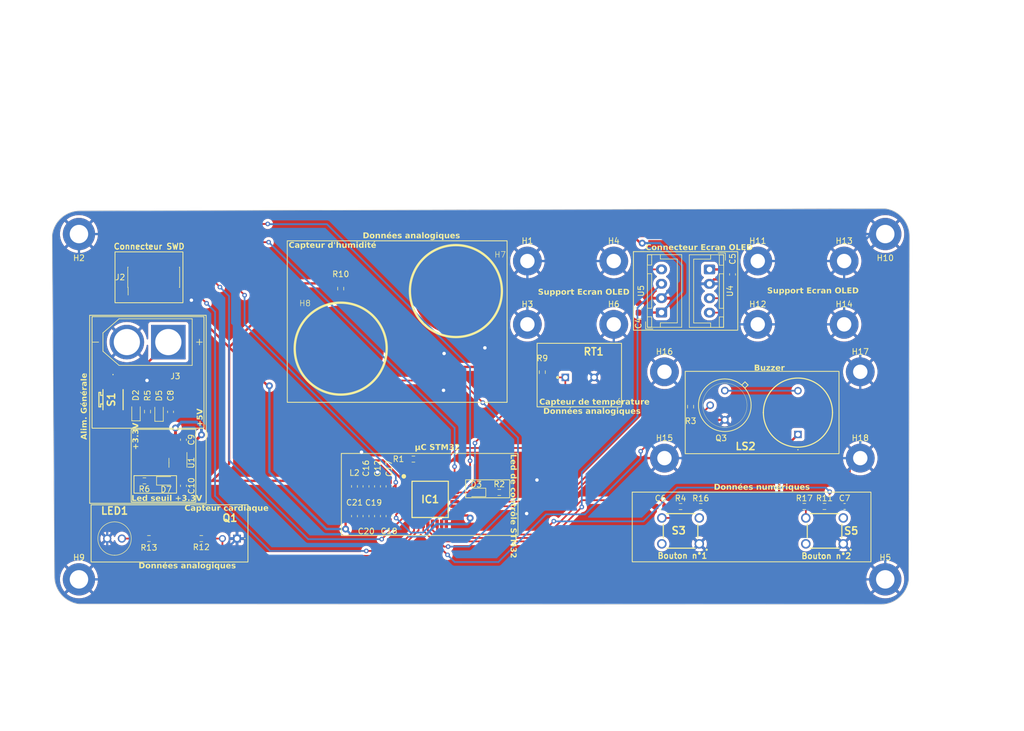
<source format=kicad_pcb>
(kicad_pcb (version 20221018) (generator pcbnew)
  (layers (0 "F.Cu" signal) (31 "B.Cu" signal) (34 "B.Paste" user) (35 "F.Paste" user) (36 "B.SilkS" user "B.Silkscreen") (37 "F.SilkS" user "F.Silkscreen") (38 "B.Mask" user) (39 "F.Mask" user) (44 "Edge.Cuts" user))
  (net 0 "")
  (net 1 "+3.3V")
  (net 2 "GND")
  (net 3 "D_B1")
  (net 4 "D_B2")
  (net 5 "+5V")
  (net 6 "+3.3VA")
  (net 7 "NRST")
  (net 8 "Net-(C18-Pad2)")
  (net 9 "Net-(D2-A)")
  (net 10 "Net-(D3-K)")
  (net 11 "Net-(D3-A)")
  (net 12 "Net-(D7-K)")
  (net 13 "Moist")
  (net 17 "Temp")
  (net 18 "USART2_TX")
  (net 19 "USART2_RX")
  (net 20 "Puls")
  (net 21 "Buzzer")
  (net 22 "I2C3_SCL")
  (net 24 "I2C1_SCL")
  (net 25 "I2C1_SDA")
  (net 27 "SYS_SWDIO")
  (net 28 "SYS_SWCLK")
  (net 31 "I2C3_SDA")
  (net 35 "Net-(IC1-PH3-BOOT0)")
  (net 41 "Net-(J3-POS)")
  (net 42 "Net-(LED1-A)")
  (net 43 "Net-(LS2--)")
  (net 44 "Net-(Q3-Pad2)")
  (net 45 "Net-(R16-Pad1)")
  (net 46 "Net-(R11-Pad1)")
  (footprint "Resistor_SMD:R_0603_1608Metric_Pad0.98x0.95mm_HandSolder" (layer "F.Cu") (at 162.89 110.965)
    (fp_text reference "R2")
    (fp_text value "470" hide)
  )
  (footprint "MountingHole:MountingHole_2.5mm_Pad" (layer "F.Cu") (at 207.77 81.755)
    (fp_text reference "H12")
    (fp_text value "MountingHole_Pad" hide)
  )
  (footprint "MesEmpreintes:BPW85" (layer "F.Cu") (at 117.36 118.975 180)
    (fp_text reference "Q1")
    (fp_text value "BPW85" hide)
  )
  (footprint "Capacitor_SMD:C_0603_1608Metric_Pad1.08x0.95mm_HandSolder" (layer "F.Cu") (at 139.75 109.9075 90)
    (fp_text reference "C16")
    (fp_text value "10nF" hide)
  )
  (footprint "Package_TO_SOT_SMD:SOT-23-5" (layer "F.Cu") (at 107.095 105.8075 -90)
    (fp_text reference "U1")
    (fp_text value "BU33SD5WG-TR" hide)
  )
  (footprint "MesEmpreintes:KSS221G" (layer "F.Cu") (at 95.825 94.84 -90)
    (fp_text reference "S1")
    (fp_text value "KSS221G" hide)
  )
  (footprint "MesEmpreintes:AMASS_XT60-M" (layer "F.Cu") (at 101.825 84.84 180)
    (fp_text reference "J3")
    (fp_text value "XT60-M" hide)
  )
  (footprint "MountingHole:MountingHole_2.5mm_Pad" (layer "F.Cu") (at 225.57 105)
    (fp_text reference "H18")
    (fp_text value "MountingHole_Pad" hide)
  )
  (footprint "MountingHole:MountingHole_2.5mm_Pad" (layer "F.Cu") (at 225.57 90)
    (fp_text reference "H17")
    (fp_text value "MountingHole_Pad" hide)
  )
  (footprint "MountingHole:MountingHole_2.5mm_Pad" (layer "F.Cu") (at 182.77 70.755)
    (fp_text reference "H4")
    (fp_text value "MountingHole_Pad" hide)
  )
  (footprint "MountingHole:MountingHole_2.5mm_Pad" (layer "F.Cu") (at 191.57 105)
    (fp_text reference "H15")
    (fp_text value "MountingHole_Pad" hide)
  )
  (footprint "Capacitor_SMD:C_0603_1608Metric_Pad1.08x0.95mm_HandSolder" (layer "F.Cu") (at 141.75 115.0725 -90)
    (fp_text reference "C19")
    (fp_text value "100nF" hide)
  )
  (footprint "MountingHole:MountingHole_3.2mm_M3_DIN965_Pad" (layer "F.Cu") (at 229.91 126.065)
    (fp_text reference "H5")
    (fp_text value "MountingHole_Pad" hide)
  )
  (footprint "MountingHole:MountingHole_2.5mm_Pad" (layer "F.Cu") (at 167.77 70.755)
    (fp_text reference "H1")
    (fp_text value "MountingHole_Pad" hide)
  )
  (footprint "MountingHole:MountingHole_2.5mm_Pad" (layer "F.Cu") (at 207.77 70.755)
    (fp_text reference "H11")
    (fp_text value "MountingHole_Pad" hide)
  )
  (footprint "MesEmpreintes:B3F1000" (layer "F.Cu") (at 219.37 117.645)
    (fp_text reference "S5")
    (fp_text value "B3F-1050" hide)
  )
  (footprint "Resistor_SMD:R_0603_1608Metric_Pad0.98x0.95mm_HandSolder" (layer "F.Cu") (at 101.815 96.9125 -90)
    (fp_text reference "R5")
    (fp_text value "ohm" hide)
  )
  (footprint "Resistor_SMD:R_0603_1608Metric_Pad0.98x0.95mm_HandSolder" (layer "F.Cu") (at 194.3675 113.415)
    (fp_text reference "R4")
    (fp_text value "320" hide)
  )
  (footprint "MountingHole:MountingHole_2.5mm_Pad" (layer "F.Cu") (at 222.77 70.755)
    (fp_text reference "H13")
    (fp_text value "MountingHole_Pad" hide)
  )
  (footprint "LED_SMD:LED_0603_1608Metric_Pad1.05x0.95mm_HandSolder" (layer "F.Cu") (at 105.045 108.95)
    (fp_text reference "D7")
    (fp_text value "Témoin d'alimentation Microcontrôleur STM32" hide)
  )
  (footprint "Connector_JST:JST_XH_B4B-XH-A_1x04_P2.50mm_Vertical" (layer "F.Cu") (at 199.395 72.22 -90)
    (fp_text reference "U4")
    (fp_text value "~" hide)
  )
  (footprint "Resistor_SMD:R_0603_1608Metric_Pad0.98x0.95mm_HandSolder" (layer "F.Cu") (at 102.0575 118.975 180)
    (fp_text reference "R13")
    (fp_text value "320" hide)
  )
  (footprint "Capacitor_SMD:C_0603_1608Metric_Pad1.08x0.95mm_HandSolder" (layer "F.Cu") (at 108.045 109.8075 -90)
    (fp_text reference "C10")
    (fp_text value "1µF" hide)
  )
  (footprint "MesEmpreintes:TSHF6410" (layer "F.Cu") (at 97.36 118.975 180)
    (fp_text reference "LED1")
    (fp_text value "TSHF6410" hide)
  )
  (footprint "Resistor_SMD:R_0603_1608Metric_Pad0.98x0.95mm_HandSolder" (layer "F.Cu") (at 196.11 96.06 -90)
    (fp_text reference "R3")
    (fp_text value "1k" hide)
  )
  (footprint "Resistor_SMD:R_0603_1608Metric_Pad0.98x0.95mm_HandSolder" (layer "F.Cu") (at 219.3525 113.395)
    (fp_text reference "R11")
    (fp_text value "ohm" hide)
  )
  (footprint "MesEmpreintes:ConnexionPAZ" (layer "F.Cu") (at 135.36 85.975)
    (fp_text reference "H8")
    (fp_text value "MountingHole_Pad" hide)
  )
  (footprint "MountingHole:MountingHole_2.5mm_Pad" (layer "F.Cu") (at 222.77 81.755)
    (fp_text reference "H14")
    (fp_text value "MountingHole_Pad" hide)
  )
  (footprint "Capacitor_SMD:C_0603_1608Metric_Pad1.08x0.95mm_HandSolder" (layer "F.Cu") (at 203.395 73.08 -90)
    (fp_text reference "C5")
    (fp_text value "1µF" hide)
  )
  (footprint "LED_SMD:LED_0603_1608Metric_Pad1.05x0.95mm_HandSolder" (layer "F.Cu") (at 158.89 110.965 180)
    (fp_text reference "D3")
    (fp_text value "Statut du microcontrôleur" hide)
  )
  (footprint "Connector_PinHeader_1.27mm:PinHeader_2x07_P1.27mm_Vertical_SMD" (layer "F.Cu") (at 102.89 73.58 90)
    (fp_text reference "J2")
    (fp_text value "Conn_02x07_Odd_Even" hide)
  )
  (footprint "MountingHole:MountingHole_2.5mm_Pad" (layer "F.Cu") (at 167.77 81.755)
    (fp_text reference "H3")
    (fp_text value "MountingHole_Pad" hide)
  )
  (footprint "MountingHole:MountingHole_3.2mm_M3_DIN965_Pad" (layer "F.Cu") (at 229.91 66.065)
    (fp_text reference "H10")
    (fp_text value "MountingHole_Pad" hide)
  )
  (footprint "Connector_JST:JST_XH_B4B-XH-A_1x04_P2.50mm_Vertical" (layer "F.Cu") (at 191.055 79.705 90)
    (fp_text reference "U5")
    (fp_text value "~" hide)
  )
  (footprint "Capacitor_SMD:C_0603_1608Metric_Pad1.08x0.95mm_HandSolder" (layer "F.Cu") (at 187.055 78.8675 90)
    (fp_text reference "C4")
    (fp_text value "1µF" hide)
  )
  (footprint "LED_SMD:LED_0603_1608Metric_Pad1.05x0.95mm_HandSolder" (layer "F.Cu") (at 99.815 96.8675 90)
    (fp_text reference "D2")
    (fp_text value "Témoin d'alimentation général" hide)
  )
  (footprint "Resistor_SMD:R_0603_1608Metric_Pad0.98x0.95mm_HandSolder" (layer "F.Cu") (at 101.28 108.95 180)
    (fp_text reference "R6")
    (fp_text value "470" hide)
  )
  (footprint "Diode_SMD:D_0603_1608Metric_Pad1.05x0.95mm_HandSolder" (layer "F.Cu") (at 103.815 96.9475 90)
    (fp_text reference "D5")
    (fp_text value "Diode_securitaire" hide)
  )
  (footprint "Resistor_SMD:R_0603_1608Metric_Pad0.98x0.95mm_HandSolder" (layer "F.Cu") (at 215.8525 113.395)
    (fp_text reference "R17")
    (fp_text value "ohm" hide)
  )
  (footprint "Resistor_SMD:R_0603_1608Metric_Pad0.98x0.95mm_HandSolder" (layer "F.Cu") (at 111.15 118.975 180)
    (fp_text reference "R12")
    (fp_text value "10k" hide)
  )
  (footprint "MesEmpreintes:TO39" (layer "F.Cu") (at 202.05 95.81 180)
    (fp_text reference "Q3")
    (fp_text value "2N2905A" hide)
  )
  (footprint "MountingHole:MountingHole_3.2mm_M3_DIN965_Pad" (layer "F.Cu") (at 89.91 126.065)
    (fp_text reference "H9")
    (fp_text value "MountingHole_Pad" hide)
  )
  (footprint "Resistor_SMD:R_0603_1608Metric_Pad0.98x0.95mm_HandSolder" (layer "F.Cu") (at 197.8675 113.415)
    (fp_text reference "R16")
    (fp_text value "ohm" hide)
  )
  (footprint "Capacitor_SMD:C_0603_1608Metric_Pad1.08x0.95mm_HandSolder" (layer "F.Cu") (at 143.75 115.0725 -90)
    (fp_text reference "C18")
    (fp_text value "100nF" hide)
  )
  (footprint "MesEmpreintes:B57164K_K164" (layer "F.Cu") (at 174.36 90.975)
    (fp_text reference "RT1")
    (fp_text value "B57164K0472J000" hide)
  )
  (footprint "MesEmpreintes:B3F1000" (layer "F.Cu") (at 194.37 117.645)
    (fp_text reference "S3")
    (fp_text value "B3F-1050" hide)
  )
  (footprint "MountingHole:MountingHole_3.2mm_M3_DIN965_Pad" (layer "F.Cu") (at 89.91 66.065)
    (fp_text reference "H2")
    (fp_text value "MountingHole_Pad" hide)
  )
  (footprint "Capacitor_SMD:C_0603_1608Metric_Pad1.08x0.95mm_HandSolder" (layer "F.Cu") (at 105.815 96.96 -90)
    (fp_text reference "C8")
    (fp_text value "10µ" hide)
  )
  (footprint "Resistor_SMD:R_0603_1608Metric_Pad0.98x0.95mm_HandSolder" (layer "F.Cu") (at 170.36 90.06 -90)
    (fp_text reference "R9")
    (fp_text value "10k" hide)
  )
  (footprint "Resistor_SMD:R_0603_1608Metric_Pad0.98x0.95mm_HandSolder" (layer "F.Cu") (at 147.98 105.165)
    (fp_text reference "R1")
    (fp_text value "10k" hide)
  )
  (footprint "MountingHole:MountingHole_2.5mm_Pad" (layer "F.Cu") (at 191.57 90)
    (fp_text reference "H16")
    (fp_text value "MountingHole_Pad" hide)
  )
  (footprint "MountingHole:MountingHole_2.5mm_Pad" (layer "F.Cu") (at 182.77 81.755)
    (fp_text reference "H6")
    (fp_text value "MountingHole_Pad" hide)
  )
  (footprint "MesEmpreintes:ConnexionPAZ" (layer "F.Cu") (at 155.36 75.975)
    (fp_text reference "H7")
    (fp_text value "MountingHole_Pad" hide)
  )
  (footprint "Capacitor_SMD:C_0603_1608Metric_Pad1.08x0.95mm_HandSolder" (layer "F.Cu") (at 222.8525 113.395)
    (fp_text reference "C7")
    (fp_text value "100n" hide)
  )
  (footprint "Capacitor_SMD:C_0603_1608Metric_Pad1.08x0.95mm_HandSolder" (layer "F.Cu") (at 137.75 115.0725 -90)
    (fp_text reference "C21")
    (fp_text value "4,7µF" hide)
  )
  (footprint "Capacitor_SMD:C_0603_1608Metric_Pad1.08x0.95mm_HandSolder" (layer "F.Cu") (at 108.045 101.8075 90)
    (fp_text reference "C9")
    (fp_text value "1µF" hide)
  )
  (footprint "Resistor_SMD:R_0603_1608Metric_Pad0.98x0.95mm_HandSolder" (layer "F.Cu") (at 135.36 75.5525 90)
    (fp_text reference "R10")
    (fp_text value "1M" hide)
  )
  (footprint "Capacitor_SMD:C_0603_1608Metric_Pad1.08x0.95mm_HandSolder" (layer "F.Cu") (at 139.75 115.0725 -90)
    (fp_text reference "C20")
    (fp_text value "100nF" hide)
  )
  (footprint "Capacitor_SMD:C_0603_1608Metric_Pad1.08x0.95mm_HandSolder" (layer "F.Cu") (at 141.75 109.9075 90)
    (fp_text reference "C12")
    (fp_text value "1µF" hide)
  )
  (footprint "MesEmpreintes:QFP80P900X900X160-32N" (layer "F.Cu") (at 150.89 112.165)
    (fp_text reference "IC1")
    (fp_text value "STM32L412KBT6" hide)
  )
  (footprint "MesEmpreintes:CMI12950585T" (layer "F.Cu") (at 214.75 100.89 180)
    (fp_text reference "LS2")
    (fp_text value "CMI-1295-0585T" hide)
  )
  (footprint "Capacitor_SMD:C_0603_1608Metric_Pad1.08x0.95mm_HandSolder" (layer "F.Cu") (at 143.75 109.9075 -90)
    (fp_text reference "C17")
    (fp_text value "100nF" hide)
  )
  (footprint "Capacitor_SMD:C_0603_1608Metric_Pad1.08x0.95mm_HandSolder" (layer "F.Cu") (at 190.8675 113.415 180)
    (fp_text reference "C6")
    (fp_text value "100n" hide)
  )
  (footprint "Inductor_SMD:L_0603_1608Metric_Pad1.05x0.95mm_HandSolder" (layer "F.Cu") (at 137.75 109.9075 -90)
    (fp_text reference "L2")
    (fp_text value "39nH" hide)
  )
  (gr_rect (start 135.47 104.19) (end 166.13 118.44) (stroke (width 0.15)) (fill none) (layer "F.SilkS"))
  (gr_rect (start 92.02 113.115) (end 119.25 123.045) (stroke (width 0.15)) (fill none) (layer "F.SilkS"))
  (gr_rect (start 185.98 110.905) (end 227.42 123.015) (stroke (width 0.15)) (fill none) (layer "F.SilkS"))
  (gr_rect (start 110.195 100.005) (end 98.985 112.625) (stroke (width 0.15)) (fill none) (layer "F.SilkS"))
  (gr_rect (start 91.77 80.18) (end 112 112.86) (stroke (width 0.15)) (fill none) (layer "F.SilkS"))
  (gr_rect (start 126.08 67.245) (end 164.25 95.305) (stroke (width 0.15)) (fill none) (layer "F.SilkS"))
  (gr_rect (start 221.88 89.93) (end 195.18 104.23) (stroke (width 0.15)) (fill none) (layer "F.SilkS"))
  (gr_rect (start 106.85 108.05) (end 99.46 111.08) (stroke (width 0.15)) (fill none) (layer "F.SilkS"))
  (gr_rect (start 157.05 108.772) (end 164.7 111.892) (stroke (width 0.15)) (fill none) (layer "F.SilkS"))
  (gr_rect (start 92.185 99.8) (end 111.615 80.41) (stroke (width 0.15)) (fill none) (layer "F.SilkS"))
  (gr_rect (start 96.17 69.17) (end 107.96 78) (stroke (width 0.15)) (fill none) (layer "F.SilkS"))
  (gr_rect (start 169.46 85.055) (end 184.12 96.095) (stroke (width 0.15)) (fill none) (layer "F.SilkS"))
  (gr_rect (start 186.18 69.12) (end 204.3 82.77) (stroke (width 0.15)) (fill none) (layer "F.SilkS"))
  (gr_line (start 85.255989 66.282365) (end 85.660005 125.534991) (stroke (width 0.1)) (layer "Edge.Cuts"))
  (gr_line (start 234.125345 66.45769) (end 233.985379 126.156419) (stroke (width 0.1)) (layer "Edge.Cuts"))
  (gr_line (start 90.07269 62.029655) (end 229.872635 61.640989) (stroke (width 0.1)) (layer "Edge.Cuts"))
  (gr_arc (start 89.912715 130.351692) (mid 86.87535 128.747681) (end 85.660005 125.534991) (stroke (width 0.1)) (layer "Edge.Cuts"))
  (gr_arc (start 229.872635 61.640989) (mid 232.91 63.245) (end 234.125345 66.45769) (stroke (width 0.1)) (layer "Edge.Cuts"))
  (gr_arc (start 233.985379 126.156419) (mid 232.381368 129.193784) (end 229.168678 130.409129) (stroke (width 0.1)) (layer "Edge.Cuts"))
  (gr_line (start 89.912715 130.351692) (end 229.168678 130.409129) (stroke (width 0.1)) (layer "Edge.Cuts"))
  (gr_arc (start 85.255989 66.282365) (mid 86.86 63.245) (end 90.07269 62.029655) (stroke (width 0.1)) (layer "Edge.Cuts"))
  (gr_text "µC STM32" (at 148.21 103.75) (layer "F.SilkS") (effects (font (size 1 1) (thickness 0.2) bold) (justify left bottom)))
  (gr_text "+5V\n" (at 111.54 99.59 90) (layer "F.SilkS") (effects (font (size 1 1) (thickness 0.2) bold) (justify left bottom)))
  (gr_text "Données analogiques" (at 100.25 124.32) (layer "F.SilkS") (effects (font (size 1 1) (thickness 0.2) bold) (justify left bottom)))
  (gr_text "Support Ecran OLED" (at 209.4 76.54) (layer "F.SilkS") (effects (font (size 1 1) (thickness 0.2) bold) (justify left bottom)))
  (gr_text "Données numériques" (at 200.14 110.66) (layer "F.SilkS") (effects (font (size 1 1) (thickness 0.2) bold) (justify left bottom)))
  (gr_text "Connecteur SWD" (at 95.84 68.81) (layer "F.SilkS") (effects (font (size 1 1) (thickness 0.2) bold) (justify left bottom)))
  (gr_text "Données analogiques" (at 139.17 66.97) (layer "F.SilkS") (effects (font (size 1 1) (thickness 0.2) bold) (justify left bottom)))
  (gr_text "Alim. Générale" (at 91.42 101.82 90) (layer "F.SilkS") (effects (font (size 1 1) (thickness 0.2) bold) (justify left bottom)))
  (gr_text "Bouton n°1" (at 190.27 122.545) (layer "F.SilkS") (effects (font (size 1 1) (thickness 0.2) bold) (justify left bottom)))
  (gr_text "+3.3V" (at 100.38 103.57 90) (layer "F.SilkS") (effects (font (size 1 1) (thickness 0.2) bold) (justify left bottom)))
  (gr_text "Données analogiques" (at 170.52 97.47) (layer "F.SilkS") (effects (font (size 1 1) (thickness 0.2) bold) (justify left bottom)))
  (gr_text "Support Ecran OLED" (at 169.6 76.77) (layer "F.SilkS") (effects (font (size 1 1) (thickness 0.2) bold) (justify left bottom)))
  (gr_text "Led seuil +3.3V" (at 99.02 112.605) (layer "F.SilkS") (effects (font (size 1 1) (thickness 0.2) bold) (justify left bottom)))
  (gr_text "Buzzer" (at 207.12 89.95) (layer "F.SilkS") (effects (font (size 1 1) (thickness 0.2) bold) (justify left bottom)))
  (gr_text "Capteur de température" (at 169.83 95.86) (layer "F.SilkS") (effects (font (size 1 1) (thickness 0.2) bold) (justify left bottom)))
  (gr_text "Capteur d'humidité" (at 126.32 68.63) (layer "F.SilkS") (effects (font (size 1 1) (thickness 0.2) bold) (justify left bottom)))
  (gr_text "Capteur cardiaque" (at 108.24 114.32) (layer "F.SilkS") (effects (font (size 1 1) (thickness 0.2) bold) (justify left bottom)))
  (gr_text "Led de contrôle STM32" (at 164.71 104.31 270) (layer "F.SilkS") (effects (font (size 1 1) (thickness 0.2) bold) (justify left bottom)))
  (gr_text "Connecteur Ecran OLED" (at 188.275 69.02) (layer "F.SilkS") (effects (font (size 1 1) (thickness 0.2) bold) (justify left bottom)))
  (gr_text "Bouton n°2" (at 215.25 122.595) (layer "F.SilkS") (effects (font (size 1 1) (thickness 0.2) bold) (justify left bottom)))
  (segment (start 167.0725 89.1475) (end 175.44 80.78) (width 0.4) (layer "F.Cu") (net 1))
  (segment (start 108.045 106.945) (end 108.045 108.945) (width 0.4) (layer "F.Cu") (net 1))
  (segment (start 186.15 66.41) (end 200.96 66.41) (width 0.4) (layer "F.Cu") (net 1))
  (segment (start 187.08 79.705) (end 187.055 79.73) (width 0.4) (layer "F.Cu") (net 1))
  (segment (start 177.78 66.41) (end 186.15 66.41) (width 0.4) (layer "F.Cu") (net 1))
  (segment (start 187.39 67.65) (end 186.15 66.41) (width 0.4) (layer "F.Cu") (net 1))
  (segment (start 135.36 74.64) (end 127.069238 74.64) (width 0.4) (layer "F.Cu") (net 1))
  (segment (start 153.0475 89.1475) (end 165.64 89.1475) (width 0.4) (layer "F.Cu") (net 1))
  (segment (start 105.925 108.945) (end 105.92 108.95) (width 0.5) (layer "F.Cu") (net 1))
  (segment (start 136.21 117.32) (end 136.21 115.75) (width 0.4) (layer "F.Cu") (net 1))
  (segment (start 105.92 108.95) (end 108.04 108.95) (width 0.5) (layer "F.Cu") (net 1))
  (segment (start 157.837537 115.407537) (end 157.395 114.965) (width 0.4) (layer "F.Cu") (net 1))
  (segment (start 109.330762 79.08) (end 115.98 85.729238) (width 0.4) (layer "F.Cu") (net 1))
  (segment (start 115.98 105.99) (end 113.025 108.945) (width 0.4) (layer "F.Cu") (net 1))
  (segment (start 108.045 108.945) (end 112.59 108.945) (width 0.4) (layer "F.Cu") (net 1))
  (segment (start 135.36 74.64) (end 138.54 74.64) (width 0.4) (layer "F.Cu") (net 1))
  (segment (start 100.35 77.13) (end 102.3 79.08) (width 0.4) (layer "F.Cu") (net 1))
  (segment (start 139.75 114.21) (end 137.75 114.21) (width 0.4) (layer "F.Cu") (net 1))
  (segment (start 136.21 115.75) (end 137.75 114.21) (width 0.4) (layer "F.Cu") (net 1))
  (segment (start 203.395 68.845) (end 203.395 72.2175) (width 0.4) (layer "F.Cu") (net 1))
  (segment (start 175.44 68.79) (end 177.78 66.45) (width 0.4) (layer "F.Cu") (net 1))
  (segment (start 177.78 66.45) (end 177.78 66.41) (width 0.4) (layer "F.Cu") (net 1))
  (segment (start 115.98 85.729238) (end 115.98 105.99) (width 0.4) (layer "F.Cu") (net 1))
  (segment (start 203.395 72.2175) (end 199.3975 72.2175) (width 0.4) (layer "F.Cu") (net 1))
  (segment (start 165.64 89.1475) (end 170.36 89.1475) (width 0.4) (layer "F.Cu") (net 1))
  (segment (start 187.71 67.65) (end 187.39 67.65) (width 0.4) (layer "F.Cu") (net 1))
  (segment (start 135.9125 108.945) (end 139.4475 105.41) (width 0.4) (layer "F.Cu") (net 1))
  (segment (start 139.4475 105.41) (end 142.697 105.41) (width 0.4) (layer "F.Cu") (net 1))
  (segment (start 142.697 105.41) (end 146.652 109.365) (width 0.4) (layer "F.Cu") (net 1))
  (segment (start 146.175 109.315) (end 146.652 109.315) (width 0.5) (layer "F.Cu") (net 1))
  (segment (start 199.3975 72.2175) (end 199.395 72.22) (width 0.4) (layer "F.Cu") (net 1))
  (segment (start 175.44 80.78) (end 175.44 68.79) (width 0.4) (layer "F.Cu") (net 1))
  (segment (start 102.3 79.08) (end 109.330762 79.08) (width 0.4) (layer "F.Cu") (net 1))
  (segment (start 165.64 89.1475) (end 167.0725 89.1475) (width 0.4) (layer "F.Cu") (net 1))
  (segment (start 113.025 108.945) (end 112.59 108.945) (width 0.4) (layer "F.Cu") (net 1))
  (segment (start 191.055 79.705) (end 187.08 79.705) (width 0.4) (layer "F.Cu") (net 1))
  (segment (start 157.395 114.965) (end 155.128 114.965) (width 0.4) (layer "F.Cu") (net 1))
  (segment (start 138.54 74.64) (end 153.0475 89.1475) (width 0.4) (layer "F.Cu") (net 1))
  (segment (start 122.680762 92.43) (end 115.98 85.729238) (width 0.4) (layer "F.Cu") (net 1))
  (segment (start 135.9125 108.945) (end 113.025 108.945) (width 0.4) (layer "F.Cu") (net 1))
  (segment (start 108.04 108.95) (end 108.045 108.945) (width 0.5) (layer "F.Cu") (net 1))
  (segment (start 100.35 75.53) (end 100.35 77.13) (width 0.4) (layer "F.Cu") (net 1))
  (segment (start 200.96 66.41) (end 203.395 68.845) (width 0.4) (layer "F.Cu") (net 1))
  (segment (start 127.069238 74.64) (end 115.98 85.729238) (width 0.4) (layer "F.Cu") (net 1))
  (segment (start 122.97 92.43) (end 122.680762 92.43) (width 0.4) (layer "F.Cu") (net 1))
  (segment (start 141.75 114.21) (end 139.75 114.21) (width 0.4) (layer "F.Cu") (net 1))
  (segment (start 135.9125 108.945) (end 137.75 110.7825) (width 0.4) (layer "F.Cu") (net 1))
  (segment (start 143.75 114.21) (end 141.75 114.21) (width 0.4) (layer "F.Cu") (net 1))
  (via (at 157.837537 115.407537) (size 1.2) (drill 0.6) (layers "F.Cu" "B.Cu") (net 1))
  (via (at 122.97 92.43) (size 1.2) (drill 0.6) (layers "F.Cu" "B.Cu") (net 1))
  (via (at 136.21 117.32) (size 1.2) (drill 0.6) (layers "F.Cu" "B.Cu") (net 1))
  (via (at 187.71 67.65) (size 1.2) (drill 0.6) (layers "F.Cu" "B.Cu") (net 1))
  (segment (start 194.67 71.52) (end 194.67 76.09) (width 0.4) (layer "B.Cu") (net 1))
  (segment (start 122.97 107.43) (end 132.86 117.32) (width 0.4) (layer "B.Cu") (net 1))
  (segment (start 122.97 92.43) (end 122.97 107.43) (width 0.4) (layer "B.Cu") (net 1))
  (segment (start 147.253191 118.587347) (end 146.847086 118.181242) (width 0.4) (layer "B.Cu") (net 1))
  (segment (start 157.837537 115.973225) (end 157.340762 116.47) (width 0.4) (layer "B.Cu") (net 1))
  (segment (start 137.071242 118.181242) (end 136.21 117.32) (width 0.4) (layer "B.Cu") (net 1))
  (segment (start 190.8 67.65) (end 194.67 71.52) (width 0.4) (layer "B.Cu") (net 1))
  (segment (start 194.67 76.09) (end 191.055 79.705) (width 0.4) (layer "B.Cu") (net 1))
  (segment (start 132.86 117.32) (end 136.21 117.32) (width 0.4) (layer "B.Cu") (net 1))
  (segment (start 187.71 67.65) (end 190.8 67.65) (width 0.4) (layer "B.Cu") (net 1))
  (segment (start 157.340762 116.47) (end 152.013932 116.47) (width 0.4) (layer "B.Cu") (net 1))
  (segment (start 157.837537 115.407537) (end 157.837537 115.973225) (width 0.4) (layer "B.Cu") (net 1))
  (segment (start 152.013932 116.47) (end 149.896585 118.587347) (width 0.4) (layer "B.Cu") (net 1))
  (segment (start 149.896585 118.587347) (end 147.253191 118.587347) (width 0.4) (layer "B.Cu") (net 1))
  (segment (start 146.847086 118.181242) (end 137.071242 118.181242) (width 0.4) (layer "B.Cu") (net 1))
  (segment (start 165.29 108.8) (end 169.43 108.8) (width 0.4) (layer "F.Cu") (net 2))
  (segment (start 223.715 106.855) (end 225.57 105) (width 0.4) (layer "F.Cu") (net 2))
  (segment (start 148.09 106.1875) (end 147.0675 105.165) (width 0.4) (layer "F.Cu") (net 2))
  (segment (start 153.69 116.403) (end 153.694537 116.407537) (width 0.4) (layer "F.Cu") (net 2))
  (segment (start 165.19 108.9) (end 165.29 108.8) (width 0.4) (layer "F.Cu") (net 2))
  (segment (start 100.3675 108.95) (end 102.0875 110.67) (width 0.4) (layer "F.Cu") (net 2))
  (segment (start 105.815 96.0975) (end 103.84 96.0975) (width 0.4) (layer "F.Cu") (net 2))
  (segment (start 103.84 96.0975) (end 103.815 96.0725) (width 0.4) (layer "F.Cu") (net 2))
  (segment (start 153.694537 116.407537) (end 165.862463 116.407537) (width 0.4) (layer "F.Cu") (net 2))
  (segment (start 203.395 73.9425) (end 200.1725 73.9425) (width 0.4) (layer "F.Cu") (net 2))
  (segment (start 105.43 76.63) (end 104.93 77.13) (width 0.4) (layer "F.Cu") (net 2))
  (segment (start 155.36 80.81) (end 155.36 75.975) (width 0.4) (layer "F.Cu") (net 2))
  (segment (start 108.045 110.67) (end 114.56 110.67) (width 0.4) (layer "F.Cu") (net 2))
  (segment (start 104.93 77.13) (end 105.36 77.56) (width 0.4) (layer "F.Cu") (net 2))
  (segment (start 173.106346 114.63) (end 167.64 114.63) (width 0.4) (layer "F.Cu") (net 2))
  (segment (start 102.0875 110.67) (end 108.045 110.67) (width 0.4) (layer "F.Cu") (net 2))
  (segment (start 198.22 98.35) (end 191.57 105) (width 0.4) (layer "F.Cu") (net 2))
  (segment (start 153.31 86.82) (end 153.31 78.025) (width 0.4) (layer "F.Cu") (net 2))
  (segment (start 191.57 105) (end 182.736346 105) (width 0.4) (layer "F.Cu") (net 2))
  (segment (start 153.31 78.025) (end 155.36 75.975) (width 0.4) (layer "F.Cu") (net 2))
  (segment (start 138.97 103.97) (end 138.97 102.82) (width 0.4) (layer "F.Cu") (net 2))
  (segment (start 102.89 76.63) (end 102.89 75.53) (width 0.4) (layer "F.Cu") (net 2))
  (segment (start 182.736346 105) (end 173.106346 114.63) (width 0.4) (layer "F.Cu") (net 2))
  (segment (start 187.055 78.005) (end 186.52 78.005) (width 0.4) (layer "F.Cu") (net 2))
  (segment (start 108.045 100.945) (end 108.045 98.3275) (width 0.4) (layer "F.Cu") (net 2))
  (segment (start 103.39 77.13) (end 102.89 76.63) (width 0.4) (layer "F.Cu") (net 2))
  (segment (start 105.36 77.56) (end 109.43 77.56) (width 0.4) (layer "F.Cu") (net 2))
  (segment (start 141.75 107.46) (end 141.74 107.45) (width 0.4) (layer "F.Cu") (net 2))
  (segment (start 105.43 75.53) (end 105.43 76.63) (width 0.4) (layer "F.Cu") (net 2))
  (segment (start 104.93 77.13) (end 103.39 77.13) (width 0.4) (layer "F.Cu") (net 2))
  (segment (start 139.75 109.045) (end 143.75 109.045) (width 0.4) (layer "F.Cu") (net 2))
  (segment (start 98.37 95.67) (end 98.37 94.85) (width 0.4) (layer "F.Cu") (net 2))
  (segment (start 163.8025 110.2875) (end 165.19 108.9) (width 0.4) (layer "F.Cu") (net 2))
  (segment (start 186.52 78.005) (end 182.77 81.755) (width 0.4) (layer "F.Cu") (net 2))
  (segment (start 118.785 118.975) (end 117.36 118.975) (width 0.4) (layer "F.Cu") (net 2))
  (segment (start 107.095 101.895) (end 108.045 100.945) (width 0.4) (layer "F.Cu") (net 2))
  (segment (start 147.0675 105.165) (end 147.0675 99.6625) (width 0.4) (layer "F.Cu") (net 2))
  (segment (start 142.1275 99.6625) (end 147.0675 99.6625) (width 0.4) (layer "F.Cu") (net 2))
  (segment (start 141.75 109.045) (end 141.75 107.46) (width 0.4) (layer "F.Cu") (net 2))
  (segment (start 114.56 110.67) (end 119.9 116.01) (width 0.4) (layer "F.Cu") (net 2))
  (segment (start 200.1725 73.9425) (end 199.395 74.72) (width 0.4) (layer "F.Cu") (net 2))
  (segment (start 108.045 98.3275) (end 105.815 96.0975) (width 0.4) (layer "F.Cu") (net 2))
  (segment (start 119.9 116.01) (end 119.9 117.86) (width 0.4) (layer "F.Cu") (net 2))
  (segment (start 100.78 92.44) (end 103.815 95.475) (width 0.4) (layer "F.Cu") (net 2))
  (segment (start 107.095 104.67) (end 107.095 101.895) (width 0.4) (layer "F.Cu") (net 2))
  (segment (start 160.39 85.84) (end 155.36 80.81) (width 0.4) (layer "F.Cu") (net 2))
  (segment (start 138.97 102.82) (end 142.1275 99.6625) (width 0.4) (layer "F.Cu") (net 2))
  (segment (start 119.9 117.86) (end 118.785 118.975) (width 0.4) (layer "F.Cu") (net 2))
  (segment (start 148.09 107.927) (end 148.09 106.1875) (width 0.4) (layer "F.Cu") (net 2))
  (segment (start 102.89 75.53) (end 101.62 75.53) (width 0.4) (layer "F.Cu") (net 2))
  (segment (start 98.37 96.2975) (end 98.37 95.67) (width 0.4) (layer "F.Cu") (net 2))
  (segment (start 98.37 94.85) (end 100.78 92.44) (width 0.4) (layer "F.Cu") (net 2))
  (segment (start 100.78 92.44) (end 101.72 91.5) (width 0.4) (layer "F.Cu") (net 2))
  (segment (start 163.8025 110.965) (end 163.8025 110.2875) (width 0.4) (layer "F.Cu") (net 2))
  (segment (start 146.7875 99.6425) (end 153.21 93.22) (width 0.4) (layer "F.Cu") (net 2))
  (segment (start 202.05 98.35) (end 198.22 98.35) (width 0.4) (layer "F.Cu") (net 2))
  (segment (start 103.815 95.475) (end 103.815 96.0725) (width 0.4) (layer "F.Cu") (net 2))
  (segment (start 99.815 97.7425) (end 98.37 96.2975) (width 0.4) (layer "F.Cu") (net 2))
  (segment (start 223.715 113.395) (end 223.715 106.855) (width 0.4) (layer "F.Cu") (net 2))
  (segment (start 165.862463 116.407537) (end 167.64 114.63) (width 0.4) (layer "F.Cu") (net 2))
  (via (at 169.43 108.8) (size 1.2) (drill 0.6) (layers "F.Cu" "B.Cu") (net 2))
  (via (at 138.97 103.97) (size 1.2) (drill 0.6) (layers "F.Cu" "B.Cu") (net 2))
  (via (at 141.74 107.45) (size 1.2) (drill 0.6) (layers "F.Cu" "B.Cu") (net 2))
  (via (at 101.72 91.5) (size 1.2) (drill 0.6) (layers "F.Cu" "B.Cu") (net 2))
  (via (at 153.31 86.82) (size 1.2) (drill 0.6) (layers "F.Cu" "B.Cu") (net 2))
  (via (at 109.43 77.56) (size 1.2) (drill 0.6) (layers "F.Cu" "B.Cu") (net 2))
  (via (at 153.21 93.22) (size 1.2) (drill 0.6) (layers "F.Cu" "B.Cu") (net 2))
  (via (at 160.39 85.84) (size 1.2) (drill 0.6) (layers "F.Cu" "B.Cu") (net 2))
  (via (at 167.64 114.63) (size 1.2) (drill 0.6) (layers "F.Cu" "B.Cu") (net 2))
  (segment (start 229.91 109.34) (end 229.91 126.065) (width 0.4) (layer "B.Cu") (net 2))
  (segment (start 194.07 74.19) (end 194.07 71.77) (width 0.4) (layer "B.Cu") (net 2))
  (segment (start 222.77 81.755) (end 207.77 81.755) (width 0.4) (layer "B.Cu") (net 2))
  (segment (start 167.64 105.61) (end 167.64 93.44) (width 0.4) (layer "B.Cu") (net 2))
  (segment (start 169.43 108.8) (end 169.87 108.36) (width 0.4) (layer "B.Cu") (net 2))
  (segment (start 94.82 88.245) (end 98.225 84.84) (width 0.4) (layer "B.Cu") (net 2))
  (segment (start 222.77 70.755) (end 222.77 81.755) (width 0.4) (layer "B.Cu") (net 2))
  (segment (start 117.36 118.975) (end 110.27 126.065) (width 0.4) (layer "B.Cu") (net 2))
  (segment (start 199.395 74.72) (end 203.805 74.72) (width 0.4) (layer "B.Cu") (net 2))
  (segment (start 207.77 70.755) (end 222.77 70.755) (width 0.4) (layer "B.Cu") (net 2))
  (segment (start 191.57 105) (end 225.57 105) (width 0.4) (layer "B.Cu") (net 2))
  (segment (start 187.46 66.065) (end 182.77 70.755) (width 0.4) (layer "B.Cu") (net 2))
  (segment (start 191.055 77.205) (end 194.07 74.19) (width 0.4) (layer "B.Cu") (net 2))
  (segment (start 182.77 87.565) (end 179.36 90.975) (width 0.4) (layer "B.Cu") (net 2))
  (segment (start 168.23 105.61) (end 167.64 105.61) (width 0.4) (layer "B.Cu") (net 2))
  (segment (start 153.21 93.22) (end 153.21 86.92) (width 0.4) (layer "B.Cu") (net 2))
  (segment (start 101.72 91.5) (end 101.72 88.335) (width 0.4) (layer "B.Cu") (net 2))
  (segment (start 222.77 70.755) (end 227.46 66.065) (width 0.4) (layer "B.Cu") (net 2))
  (segment (start 225.57 105) (end 229.91 109.34) (width 0.4) (layer "B.Cu") (net 2))
  (segment (start 182.77 81.755) (end 182.77 87.565) (width 0.4) (layer "B.Cu") (net 2))
  (segment (start 94.82 118.975) (end 94.82 121.155) (width 0.4) (layer "B.Cu") (net 2))
  (segment (start 110.96 76.03) (end 110.96 68.93) (width 0.4) (layer "B.Cu") (net 2))
  (segment (start 167.64 91.86) (end 167.64 93.44) (width 0.4) (layer "B.Cu") (net 2))
  (segment (start 207.77 81.755) (end 199.815 81.755) (width 0.4) (layer "B.Cu") (net 2))
  (segment (start 141.74 107.45) (end 141.74 106.74) (width 0.4) (layer "B.Cu") (net 2))
  (segment (start 194.07 71.77) (end 192.86 70.56) (width 0.4) (layer "B.Cu") (net 2))
  (segment (start 110.27 126.065) (end 89.91 126.065) (width 0.4) (layer "B.Cu") (net 2))
  (segment (start 101.72 88.335) (end 98.225 84.84) (width 0.4) (layer "B.Cu") (net 2))
  (segment (start 227.46 66.065) (end 229.91 66.065) (width 0.4) (layer "B.Cu") (net 2))
  (segment (start 94.82 121.155) (end 89.91 126.065) (width 0.4) (layer "B.Cu") (net 2))
  (segment (start 109.43 77.56) (end 110.96 76.03) (width 0.4) (layer "B.Cu") (net 2))
  (segment (start 182.77 70.755) (end 167.77 70.755) (width 0.4) (layer "B.Cu") (net 2))
  (segment (start 94.82 118.975) (end 94.82 88.245) (width 0.4) (layer "B.Cu") (net 2))
  (segment (start 169.87 108.36) (end 169.87 107.25) (width 0.4) (layer "B.Cu") (net 2))
  (segment (start 225.57 84.555) (end 222.77 81.755) (width 0.4) (layer "B.Cu") (net 2))
  (segment (start 153.21 86.92) (end 153.31 86.82) (width 0.4) (layer "B.Cu") (net 2))
  (segment (start 198.845 118.67) (end 212.33 118.67) (width 0.4) (layer "B.Cu") (net 2))
  (segment (start 192.86 70.56) (end 188.94 70.56) (width 0.4) (layer "B.Cu") (net 2))
  (segment (start 212.33 118.67) (end 221.395 118.67) (width 0.4) (layer "B.Cu") (net 2))
  (segment (start 197.62 119.895) (end 198.845 118.67) (width 0.4) (layer "B.Cu") (net 2))
  (segment (start 221.395 118.67) (end 222.62 119.895) (width 0.4) (layer "B.Cu") (net 2))
  (segment (start 212.33 118.67) (end 219.725 126.065) (width 0.4) (layer "B.Cu") (net 2))
  (segment (start 167.64 93.44) (end 167.64 93.09) (width 0.4) (layer "B.Cu") (net 2))
  (segment (start 169.87 107.25) (end 168.23 105.61) (width 0.4) (layer "B.Cu") (net 2))
  (segment (start 141.74 106.74) (end 138.97 103.97) (width 0.4) (layer "B.Cu") (net 2))
  (segment (start 225.57 105) (end 225.57 90) (width 0.4) (layer "B.Cu") (net 2))
  (segment (start 203.805 74.72) (end 207.77 70.755) (width 0.4) (layer "B.Cu") (net 2))
  (segment (start 167.64 114.63) (end 167.64 105.61) (width 0.4) (layer "B.Cu") (net 2))
  (segment (start 98.225 84.84) (end 89.91 76.525) (width 0.4) (layer "B.Cu") (net 2))
  (segment (start 225.57 90) (end 225.57 84.555) (width 0.4) (layer "B.Cu") (net 2))
  (segment (start 167.64 93.09) (end 160.39 85.84) (width 0.4) (layer "B.Cu") (net 2))
  (segment (start 199.815 81.755) (end 191.57 90) (width 0.4) (layer "B.Cu") (net 2))
  (segment (start 219.725 126.065) (end 229.91 126.065) (width 0.4) (layer "B.Cu") (net 2))
  (segment (start 108.095 66.065) (end 89.91 66.065) (width 0.4) (layer "B.Cu") (net 2))
  (segment (start 116.52 76.278629) (end 111.021371 70.78) (width 0.4) (layer "B.Cu") (net 2))
  (segment (start 116.52 81.52) (end 116.52 76.278629) (width 0.4) (layer "B.Cu") (net 2))
  (segment (start 187.46 66.065) (end 229.91 66.065) (width 0.4) (layer "B.Cu") (net 2))
  (segment (start 111.021371 70.78) (end 110.96 70.78) (width 0.4) (layer "B.Cu") (net 2))
  (segment (start 167.77 70.755) (end 167.77 81.755) (width 0.4) (layer "B.Cu") (net 2))
  (segment (start 110.96 68.93) (end 108.095 66.065) (width 0.4) (layer "B.Cu") (net 2))
  (segment (start 89.91 76.525) (end 89.91 66.065) (width 0.4) (layer "B.Cu") (net 2))
  (segment (start 138.97 103.97) (end 116.52 81.52) (width 0.4) (layer "B.Cu") (net 2))
  (segment (start 188.94 70.56) (end 167.64 91.86) (width 0.4) (layer "B.Cu") (net 2))
  (segment (start 170.65 118.87) (end 153.5195 118.87) (width 0.3) (layer "F.Cu") (net 3))
  (segment (start 153.5195 118.87) (end 152.09 117.4405) (width 0.3) (layer "F.Cu") (net 3))
  (segment (start 152.09 117.4405) (end 152.09 116.403) (width 0.3) (layer "F.Cu") (net 3))
  (segment (start 191.73 113.07) (end 190.97 112.31) (width 0.3) (layer "F.Cu") (net 3))
  (segment (start 176.366041 113.143959) (end 176.366041 113.153959) (width 0.3) (layer "F.Cu") (net 3))
  (segment (start 190.97 112.31) (end 177.2 112.31) (width 0.3) (layer "F.Cu") (net 3))
  (segment (start 193.455 113.415) (end 191.73 113.415) (width 0.3) (layer "F.Cu") (net 3))
  (segment (start 191.73 113.415) (end 191.73 113.07) (width 0.3) (layer "F.Cu") (net 3))
  (segment (start 177.2 112.31) (end 176.366041 113.143959) (width 0.3) (layer "F.Cu") (net 3))
  (segment (start 176.366041 113.153959) (end 170.65 118.87) (width 0.3) (layer "F.Cu") (net 3))
  (segment (start 153.768028 118.27) (end 152.89 117.391972) (width 0.3) (layer "F.Cu") (net 4))
  (segment (start 172.357918 115.95) (end 170.037918 118.27) (width 0.3) (layer "F.Cu") (net 4))
  (segment (start 221.99 113.395) (end 220.265 113.395) (width 0.3) (layer "F.Cu") (net 4))
  (segment (start 220.265 110.84) (end 220.265 113.395) (width 0.3) (layer "F.Cu") (net 4))
  (segment (start 152.89 117.391972) (end 152.89 116.403) (width 0.3) (layer "F.Cu") (net 4))
  (segment (start 170.037918 118.27) (end 153.768028 118.27) (width 0.3) (layer "F.Cu") (net 4))
  (via (at 172.357918 115.95) (size 0.8) (drill 0.4) (layers "F.Cu" "B.Cu") (net 4))
  (via (at 220.265 110.84) (size 0.8) (drill 0.4) (layers "F.Cu" "B.Cu") (net 4))
  (segment (start 193.79 110.12) (end 219.545 110.12) (width 0.3) (layer "B.Cu") (net 4))
  (segment (start 172.397918 115.99) (end 187.92 115.99) (width 0.3) (layer "B.Cu") (net 4))
  (segment (start 219.545 110.12) (end 220.265 110.84) (width 0.3) (layer "B.Cu") (net 4))
  (segment (start 172.357918 115.95) (end 172.397918 115.99) (width 0.3) (layer "B.Cu") (net 4))
  (segment (start 187.92 115.99) (end 193.79 110.12) (width 0.3) (layer "B.Cu") (net 4))
  (segment (start 199.6 126.02) (end 206.78 118.84) (width 0.4) (layer "F.Cu") (net 5))
  (segment (start 201.355 113.415) (end 198.78 113.415) (width 0.4) (layer "F.Cu") (net 5))
  (segment (start 212.225 113.395) (end 214.94 113.395) (width 0.4) (layer "F.Cu") (net 5))
  (segment (start 95.825 97.79) (end 97.125 99.09) (width 0.4) (layer "F.Cu") (net 5))
  (segment (start 106.084197 104.609197) (end 106.145 104.67) (width 0.4) (layer "F.Cu") (net 5))
  (segment (start 103.815 97.8225) (end 101.8175 97.8225) (width 0.4) (layer "F.Cu") (net 5))
  (segment (start 105.815 97.8225) (end 103.815 97.8225) (width 0.4) (layer "F.Cu") (net 5))
  (segment (start 95.825 109.395) (end 102.97 116.54) (width 0.4) (layer "F.Cu") (net 5))
  (segment (start 106.72 118.975) (end 113.765 126.02) (width 0.4) (layer "F.Cu") (net 5))
  (segment (start 106.084197 101.315803) (end 103.535894 98.7675) (width 0.4) (layer "F.Cu") (net 5))
  (segment (start 211.48 112.65) (end 211.48 104.16) (width 0.4) (layer "F.Cu") (net 5))
  (segment (start 95.825 97.79) (end 95.825 109.395) (width 0.4) (layer "F.Cu") (net 5))
  (segment (start 109.46 102.67) (end 111.18 100.95) (width 0.5) (layer "F.Cu") (net 5))
  (segment (start 106.72 118.975) (end 102.97 118.975) (width 0.4) (layer "F.Cu") (net 5))
  (segment (start 102.97 116.54) (end 102.97 118.975) (width 0.4) (layer "F.Cu") (net 5))
  (segment (start 206.78 118.84) (end 201.355 113.415) (width 0.4) (layer "F.Cu") (net 5))
  (segment (start 101.8175 97.8225) (end 101.815 97.825) (width 0.4) (layer "F.Cu") (net 5))
  (segment (start 97.125 99.09) (end 102.5475 99.09) (width 0.4) (layer "F.Cu") (net 5))
  (segment (start 106.67 99.76) (end 106.67 100.851606) (width 0.5) (layer "F.Cu") (net 5))
  (segment (start 108.045 102.67) (end 108.045 104.67) (width 0.5) (layer "F.Cu") (net 5))
  (segment (start 212.225 113.395) (end 211.48 112.65) (width 0.4) (layer "F.Cu") (net 5))
  (segment (start 206.78 118.84) (end 212.225 113.395) (width 0.4) (layer "F.Cu") (net 5))
  (segment (start 110.2375 118.975) (end 106.72 118.975) (width 0.4) (layer "F.Cu") (net 5))
  (segment (start 103.535894 98.7675) (end 102.87 98.7675) (width 0.4) (layer "F.Cu") (net 5))
  (segment (start 211.48 104.16) (end 214.75 100.89) (width 0.4) (layer "F.Cu") (net 5))
  (segment (start 102.5475 99.09) (end 102.87 98.7675) (width 0.4) (layer "F.Cu") (net 5))
  (segment (start 113.765 126.02) (end 199.6 126.02) (width 0.4) (layer "F.Cu") (net 5))
  (segment (start 106.084197 101.315803) (end 106.084197 104.609197) (width 0.4) (layer "F.Cu") (net 5))
  (segment (start 106.084197 101.315803) (end 106.145 101.376606) (width 0.4) (layer "F.Cu") (net 5))
  (segment (start 106.67 100.851606) (end 106.145 101.376606) (width 0.5) (layer "F.Cu") (net 5))
  (segment (start 102.87 98.7675) (end 103.815 97.8225) (width 0.4) (layer "F.Cu") (net 5))
  (segment (start 108.045 102.67) (end 109.46 102.67) (width 0.5) (layer "F.Cu") (net 5))
  (via (at 111.18 100.95) (size 1.2) (drill 0.6) (layers "F.Cu" "B.Cu") (net 5))
  (via (at 106.67 99.76) (size 1.2) (drill 0.6) (layers "F.Cu" "B.Cu") (net 5))
  (segment (start 107.69 98.74) (end 106.67 99.76) (width 0.5) (layer "B.Cu") (net 5))
  (segment (start 111.18 100.95) (end 111.18 99.6) (width 0.5) (layer "B.Cu") (net 5))
  (segment (start 110.32 98.74) (end 107.69 98.74) (width 0.5) (layer "B.Cu") (net 5))
  (segment (start 111.18 99.6) (end 110.32 98.74) (width 0.5) (layer "B.Cu") (net 5))
  (segment (start 144.68 111.89) (end 142.87 111.89) (width 0.4) (layer "F.Cu") (net 6))
  (segment (start 142.87 111.89) (end 141.75 110.77) (width 0.4) (layer "F.Cu") (net 6))
  (segment (start 138.0125 109.0325) (end 139.75 110.77) (width 0.5) (layer "F.Cu") (net 6))
  (segment (start 137.75 109.0325) (end 138.0125 109.0325) (width 0.5) (layer "F.Cu") (net 6))
  (segment (start 146.652 112.565) (end 145.355 112.565) (width 0.4) (layer "F.Cu") (net 6))
  (segment (start 145.355 112.565) (end 144.68 111.89) (width 0.4) (layer "F.Cu") (net 6))
  (segment (start 139.75 110.77) (end 141.75 110.77) (width 0.5) (layer "F.Cu") (net 6))
  (segment (start 144.925 109.2) (end 144.925 109.595) (width 0.3) (layer "F.Cu") (net 7))
  (segment (start 145.6145 111.765) (end 146.652 111.765) (width 0.3) (layer "F.Cu") (net 7))
  (segment (start 144.925 109.595) (end 144.925 111.0755) (width 0.3) (layer "F.Cu") (net 7))
  (segment (start 118.67 76.69) (end 111.96 69.98) (width 0.3) (layer "F.Cu") (net 7))
  (segment (start 105.43 70.13) (end 105.43 71.63) (width 0.3) (layer "F.Cu") (net 7))
  (segment (start 105.58 69.98) (end 105.43 70.13) (width 0.3) (layer "F.Cu") (net 7))
  (segment (start 144.925 109.595) (end 143.75 110.77) (width 0.3) (layer "F.Cu") (net 7))
  (segment (start 144.925 111.0755) (end 145.6145 111.765) (width 0.3) (layer "F.Cu") (net 7))
  (segment (start 111.96 69.98) (end 105.58 69.98) (width 0.3) (layer "F.Cu") (net 7))
  (via (at 118.67 76.69) (size 0.8) (drill 0.4) (layers "F.Cu" "B.Cu") (net 7))
  (via (at 144.925 109.2) (size 0.8) (drill 0.4) (layers "F.Cu" "B.Cu") (net 7))
  (segment (start 144.925 109.2) (end 144.925 107.995) (width 0.3) (layer "B.Cu") (net 7))
  (segment (start 144.925 107.995) (end 118.67 81.74) (width 0.3) (layer "B.Cu") (net 7))
  (segment (start 118.67 81.74) (end 118.67 76.69) (width 0.3) (layer "B.Cu") (net 7))
  (segment (start 139.75 115.935) (end 137.75 115.935) (width 0.3) (layer "F.Cu") (net 8))
  (segment (start 139.75 115.935) (end 141.75 115.935) (width 0.3) (layer "F.Cu") (net 8))
  (segment (start 143.75 115.935) (end 141.75 115.935) (width 0.3) (layer "F.Cu") (net 8))
  (segment (start 101.8075 95.9925) (end 101.815 96) (width 0.3) (layer "F.Cu") (net 9))
  (segment (start 99.815 95.9925) (end 101.8075 95.9925) (width 0.3) (layer "F.Cu") (net 9))
  (segment (start 161.9775 110.965) (end 159.765 110.965) (width 0.3) (layer "F.Cu") (net 10))
  (segment (start 158.015 110.965) (end 155.128 110.965) (width 0.3) (layer "F.Cu") (net 11))
  (segment (start 104.17 108.95) (end 102.1925 108.95) (width 0.3) (layer "F.Cu") (net 12))
  (segment (start 153.31126 120.378732) (end 150.49 117.557472) (width 0.3) (layer "F.Cu") (net 13))
  (segment (start 135.36 76.465) (end 135.36 85.975) (width 0.3) (layer "F.Cu") (net 13))
  (segment (start 160.03 95.36) (end 156.19 91.52) (width 0.3) (layer "F.Cu") (net 13))
  (segment (start 135.965 85.975) (end 135.36 85.975) (width 0.3) (layer "F.Cu") (net 13))
  (segment (start 156.19 91.52) (end 141.51 91.52) (width 0.3) (layer "F.Cu") (net 13))
  (segment (start 141.51 91.52) (end 135.965 85.975) (width 0.3) (layer "F.Cu") (net 13))
  (segment (start 150.49 117.557472) (end 150.49 116.403) (width 0.3) (layer "F.Cu") (net 13))
  (segment (start 154.009186 120.378732) (end 153.31126 120.378732) (width 0.3) (layer "F.Cu") (net 13))
  (via (at 154.009186 120.378732) (size 0.8) (drill 0.4) (layers "F.Cu" "B.Cu") (net 13))
  (via (at 160.03 95.36) (size 0.8) (drill 0.4) (layers "F.Cu" "B.Cu") (net 13))
  (segment (start 160.03 95.36) (end 166.14 101.47) (width 0.3) (layer "B.Cu") (net 13))
  (segment (start 157.621268 120.378732) (end 154.009186 120.378732) (width 0.3) (layer "B.Cu") (net 13))
  (segment (start 166.14 111.86) (end 157.621268 120.378732) (width 0.3) (layer "B.Cu") (net 13))
  (segment (start 166.14 101.47) (end 166.14 111.86) (width 0.3) (layer "B.Cu") (net 13))
  (segment (start 171.854695 95.71) (end 174.36 93.204695) (width 0.3) (layer "F.Cu") (net 17))
  (segment (start 165.26 95.71) (end 171.854695 95.71) (width 0.3) (layer "F.Cu") (net 17))
  (segment (start 158.67 102.39) (end 158.67 102.3) (width 0.3) (layer "F.Cu") (net 17))
  (segment (start 170.3625 90.975) (end 170.36 90.9725) (width 0.3) (layer "F.Cu") (net 17))
  (segment (start 144.98 114.7995) (end 144.98 115.409918) (width 0.3) (layer "F.Cu") (net 17))
  (segment (start 174.3575 90.9725) (end 174.36 90.975) (width 0.3) (layer "F.Cu") (net 17))
  (segment (start 145.6145 114.165) (end 144.98 114.7995) (width 0.3) (layer "F.Cu") (net 17))
  (segment (start 174.36 90.975) (end 170.3625 90.975) (width 0.3) (layer "F.Cu") (net 17))
  (segment (start 174.36 93.204695) (end 174.36 90.975) (width 0.3) (layer "F.Cu") (net 17))
  (segment (start 158.67 102.3) (end 165.26 95.71) (width 0.3) (layer "F.Cu") (net 17))
  (segment (start 146.652 114.165) (end 145.6145 114.165) (width 0.3) (layer "F.Cu") (net 17))
  (via (at 158.67 102.39) (size 0.8) (drill 0.4) (layers "F.Cu" "B.Cu") (net 17))
  (via (at 144.98 115.409918) (size 0.8) (drill 0.4) (layers "F.Cu" "B.Cu") (net 17))
  (segment (start 158.67 108.894694) (end 149.627347 117.937347) (width 0.3) (layer "B.Cu") (net 17))
  (segment (start 149.627347 117.937347) (end 147.522429 117.937347) (width 0.3) (layer "B.Cu") (net 17))
  (segment (start 158.67 102.39) (end 158.67 108.894694) (width 0.3) (layer "B.Cu") (net 17))
  (segment (start 147.522429 117.937347) (end 145 115.414918) (width 0.3) (layer "B.Cu") (net 17))
  (segment (start 110.74 71.63) (end 106.7 71.63) (width 0.3) (layer "F.Cu") (net 18))
  (segment (start 146.596242 114.965) (end 142.48 119.081242) (width 0.3) (layer "F.Cu") (net 18))
  (segment (start 114.39 75.28) (end 110.74 71.63) (width 0.3) (layer "F.Cu") (net 18))
  (segment (start 146.652 114.965) (end 146.596242 114.965) (width 0.3) (layer "F.Cu") (net 18))
  (segment (start 142.48 119.081242) (end 142.535758 119.081242) (width 0.3) (layer "F.Cu") (net 18))
  (via (at 142.48 119.081242) (size 0.8) (drill 0.4) (layers "F.Cu" "B.Cu") (net 18))
  (via (at 114.39 75.28) (size 0.8) (drill 0.4) (layers "F.Cu" "B.Cu") (net 18))
  (segment (start 115.97 76.86) (end 115.97 105.34) (width 0.3) (layer "B.Cu") (net 18))
  (segment (start 129.71 119.08) (end 142.478758 119.08) (width 0.3) (layer "B.Cu") (net 18))
  (segment (start 142.478758 119.08) (end 142.48 119.081242) (width 0.3) (layer "B.Cu") (net 18))
  (segment (start 114.39 75.28) (end 115.97 76.86) (width 0.3) (layer "B.Cu") (net 18))
  (segment (start 115.97 105.34) (end 129.71 119.08) (width 0.3) (layer "B.Cu") (net 18))
  (segment (start 144.593394 121.13) (end 148.09 117.633394) (width 0.3) (layer "F.Cu") (net 19))
  (segment (start 109.5 75.53) (end 106.7 75.53) (width 0.3) (layer "F.Cu") (net 19))
  (segment (start 148.09 116.857918) (end 148.09 116.403) (width 0.3) (layer "F.Cu") (net 19))
  (segment (start 112.07 78.1) (end 109.5 75.53) (width 0.3) (layer "F.Cu") (net 19))
  (segment (start 148.09 117.633394) (end 148.09 116.403) (width 0.3) (layer "F.Cu") (net 19))
  (segment (start 148.09 116.403) (end 148.09 116.985246) (width 0.3) (layer "F.Cu") (net 19))
  (segment (start 139.8 121.13) (end 144.593394 121.13) (width 0.3) (layer "F.Cu") (net 19))
  (via (at 139.8 121.13) (size 0.8) (drill 0.4) (layers "F.Cu" "B.Cu") (net 19))
  (via (at 112.07 78.1) (size 0.8) (drill 0.4) (layers "F.Cu" "B.Cu") (net 19))
  (segment (start 113.54 79.57) (end 112.07 78.1) (width 0.3) (layer "B.Cu") (net 19))
  (segment (start 113.54 111.578528) (end 113.54 79.57) (width 0.3) (layer "B.Cu") (net 19))
  (segment (start 123.091472 121.13) (end 113.54 111.578528) (width 0.3) (layer "B.Cu") (net 19))
  (segment (start 139.8 121.13) (end 123.091472 121.13) (width 0.3) (layer "B.Cu") (net 19))
  (segment (start 114.82 120.46) (end 116.34 121.98) (width 0.3) (layer "F.Cu") (net 20))
  (segment (start 148.89 117.5405) (end 148.89 116.403) (width 0.3) (layer "F.Cu") (net 20))
  (segment (start 116.34 121.98) (end 144.4505 121.98) (width 0.3) (layer "F.Cu") (net 20))
  (segment (start 114.82 118.975) (end 114.82 120.46) (width 0.3) (layer "F.Cu") (net 20))
  (segment (start 144.4505 121.98) (end 148.89 117.5405) (width 0.3) (layer "F.Cu") (net 20))
  (segment (start 112.0625 118.975) (end 114.82 118.975) (width 0.3) (layer "F.Cu") (net 20))
  (segment (start 187.445 103.805) (end 195.1775 96.0725) (width 0.3) (layer "F.Cu") (net 21))
  (segment (start 195.1775 96.0725) (end 195.185 96.0725) (width 0.3) (layer "F.Cu") (net 21))
  (segment (start 153.91 121.81) (end 153.894 121.81) (width 0.3) (layer "F.Cu") (net 21))
  (segment (start 196.11 95.1475) (end 196.11 95.31) (width 0.3) (layer "F.Cu") (net 21))
  (segment (start 153.894 121.81) (end 149.69 117.606) (width 0.3) (layer "F.Cu") (net 21))
  (segment (start 195.185 96.0725) (end 196.11 95.1475) (width 0.3) (layer "F.Cu") (net 21))
  (segment (start 149.69 117.606) (end 149.69 116.403) (width 0.3) (layer "F.Cu") (net 21))
  (via (at 153.91 121.81) (size 0.8) (drill 0.4) (layers "F.Cu" "B.Cu") (net 21))
  (via (at 187.445 103.805) (size 0.8) (drill 0.4) (layers "F.Cu" "B.Cu") (net 21))
  (segment (start 155.15 123.05) (end 153.91 121.81) (width 0.3) (layer "B.Cu") (net 21))
  (segment (start 187.445 105.095) (end 177.77 114.77) (width 0.3) (layer "B.Cu") (net 21))
  (segment (start 177.77 114.77) (end 171.02 114.77) (width 0.3) (layer "B.Cu") (net 21))
  (segment (start 171.02 114.77) (end 162.74 123.05) (width 0.3) (layer "B.Cu") (net 21))
  (segment (start 187.445 103.805) (end 187.445 105.095) (width 0.3) (layer "B.Cu") (net 21))
  (segment (start 162.74 123.05) (end 155.15 123.05) (width 0.3) (layer "B.Cu") (net 21))
  (segment (start 153.270972 119.47) (end 171.242082 119.47) (width 0.3) (layer "F.Cu") (net 22))
  (segment (start 151.29 117.489028) (end 153.270972 119.47) (width 0.3) (layer "F.Cu") (net 22))
  (segment (start 151.29 116.403) (end 151.29 117.489028) (width 0.3) (layer "F.Cu") (net 22))
  (segment (start 171.242082 119.47) (end 177.216041 113.496041) (width 0.3) (layer "F.Cu") (net 22))
  (via (at 177.216041 113.496041) (size 0.8) (drill 0.4) (layers "F.Cu" "B.Cu") (net 22))
  (segment (start 186.89 97.78) (end 186.89 78.87) (width 0.3) (layer "B.Cu") (net 22))
  (segment (start 177.216041 107.453959) (end 186.89 97.78) (width 0.3) (layer "B.Cu") (net 22))
  (segment (start 186.89 78.87) (end 191.055 74.705) (width 0.3) (layer "B.Cu") (net 22))
  (segment (start 177.216041 113.496041) (end 177.216041 107.453959) (width 0.3) (layer "B.Cu") (net 22))
  (segment (start 200.818528 86.14) (end 173.593528 113.365) (width 0.3) (layer "F.Cu") (net 24))
  (segment (start 155.128 113.365) (end 173.593528 113.365) (width 0.3) (layer "F.Cu") (net 24))
  (segment (start 208.87 77.23) (end 212.53 80.89) (width 0.3) (layer "F.Cu") (net 24))
  (segment (start 209.62 86.14) (end 200.818528 86.14) (width 0.3) (layer "F.Cu") (net 24))
  (segment (start 212.53 80.89) (end 212.53 83.23) (width 0.3) (layer "F.Cu") (net 24))
  (segment (start 203.68 77.23) (end 208.87 77.23) (width 0.3) (layer "F.Cu") (net 24))
  (segment (start 203.67 77.22) (end 203.68 77.23) (width 0.3) (layer "F.Cu") (net 24))
  (segment (start 199.395 77.22) (end 203.67 77.22) (width 0.3) (layer "F.Cu") (net 24))
  (segment (start 212.53 83.23) (end 209.62 86.14) (width 0.3) (layer "F.Cu") (net 24))
  (segment (start 199.395 79.72) (end 202.4 79.72) (width 0.3) (layer "F.Cu") (net 25))
  (segment (start 202.94 80.26) (end 202.94 83.17) (width 0.3) (layer "F.Cu") (net 25))
  (segment (start 202.4 79.72) (end 202.94 80.26) (width 0.3) (layer "F.Cu") (net 25))
  (segment (start 202.94 83.17) (end 173.545 112.565) (width 0.3) (layer "F.Cu") (net 25))
  (segment (start 173.545 112.565) (end 155.128 112.565) (width 0.3) (layer "F.Cu") (net 25))
  (segment (start 122.69 64.31) (end 106.47 64.31) (width 0.3) (layer "F.Cu") (net 27))
  (segment (start 156.1655 110.165) (end 157.82 108.5105) (width 0.3) (layer "F.Cu") (net 27))
  (segment (start 157.82 108.5105) (end 157.82 105.45) (width 0.3) (layer "F.Cu") (net 27))
  (segment (start 155.128 110.165) (end 156.1655 110.165) (width 0.3) (layer "F.Cu") (net 27))
  (segment (start 106.47 64.31) (end 100.35 70.43) (width 0.3) (layer "F.Cu") (net 27))
  (segment (start 100.35 70.43) (end 100.35 71.63) (width 0.3) (layer "F.Cu") (net 27))
  (via (at 122.69 64.31) (size 0.8) (drill 0.4) (layers "F.Cu" "B.Cu") (net 27))
  (via (at 157.82 105.45) (size 0.8) (drill 0.4) (layers "F.Cu" "B.Cu") (net 27))
  (segment (start 157.82 89.21) (end 157.82 105.45) (width 0.3) (layer "B.Cu") (net 27))
  (segment (start 122.69 64.31) (end 122.73 64.35) (width 0.3) (layer "B.Cu") (net 27))
  (segment (start 122.73 64.35) (end 132.96 64.35) (width 0.3) (layer "B.Cu") (net 27))
  (segment (start 132.96 64.35) (end 157.82 89.21) (width 0.3) (layer "B.Cu") (net 27))
  (segment (start 104.270067 67.479933) (end 122.842359 67.479933) (width 0.3) (layer "F.Cu") (net 28))
  (segment (start 101.62 71.63) (end 101.62 70.13) (width 0.3) (layer "F.Cu") (net 28))
  (segment (start 101.62 70.13) (end 104.270067 67.479933) (width 0.3) (layer "F.Cu") (net 28))
  (segment (start 155.128 106.47) (end 155.128 109.365) (width 0.3) (layer "F.Cu") (net 28))
  (via (at 155.128 106.47) (size 0.8) (drill 0.4) (layers "F.Cu" "B.Cu") (net 28))
  (via (at 122.842359 67.479933) (size 0.8) (drill 0.4) (layers "F.Cu" "B.Cu") (net 28))
  (segment (start 155.14 99.76) (end 122.859933 67.479933) (width 0.3) (layer "B.Cu") (net 28))
  (segment (start 155.14 106.458) (end 155.14 99.76) (width 0.3) (layer "B.Cu") (net 28))
  (segment (start 122.859933 67.479933) (end 122.842359 67.479933) (width 0.3) (layer "B.Cu") (net 28))
  (segment (start 155.128 106.47) (end 155.14 106.458) (width 0.3) (layer "B.Cu") (net 28))
  (segment (start 155.6395 103.24) (end 152.09 106.7895) (width 0.3) (layer "F.Cu") (net 31))
  (segment (start 152.09 106.7895) (end 152.09 107.927) (width 0.3) (layer "F.Cu") (net 31))
  (segment (start 191.055 72.205) (end 186.885 72.205) (width 0.3) (layer "F.Cu") (net 31))
  (segment (start 177.98 100.44) (end 175.18 103.24) (width 0.3) (layer "F.Cu") (net 31))
  (segment (start 186.885 72.205) (end 177.98 81.11) (width 0.3) (layer "F.Cu") (net 31))
  (segment (start 175.18 103.24) (end 155.6395 103.24) (width 0.3) (layer "F.Cu") (net 31))
  (segment (start 177.98 81.11) (end 177.98 100.44) (width 0.3) (layer "F.Cu") (net 31))
  (segment (start 148.8925 107.9245) (end 148.89 107.927) (width 0.3) (layer "F.Cu") (net 35))
  (segment (start 148.89 105.1675) (end 148.8925 105.165) (width 0.3) (layer "F.Cu") (net 35))
  (segment (start 148.8925 105.165) (end 148.8925 107.9245) (width 0.3) (layer "F.Cu") (net 35))
  (segment (start 98.375 91.89) (end 95.825 91.89) (width 0.4) (layer "F.Cu") (net 41))
  (segment (start 105.425 84.84) (end 98.375 91.89) (width 0.4) (layer "F.Cu") (net 41))
  (segment (start 101.145 118.975) (end 97.36 118.975) (width 0.3) (layer "F.Cu") (net 42))
  (segment (start 214.75 93.29) (end 202.07 93.29) (width 0.3) (layer "B.Cu") (net 43))
  (segment (start 202.07 93.29) (end 202.05 93.27) (width 0.3) (layer "B.Cu") (net 43))
  (segment (start 198.3475 96.9725) (end 196.11 96.9725) (width 0.3) (layer "F.Cu") (net 44))
  (segment (start 199.51 95.81) (end 198.3475 96.9725) (width 0.3) (layer "F.Cu") (net 44))
  (segment (start 195.28 113.415) (end 196.955 113.415) (width 0.3) (layer "F.Cu") (net 45))
  (segment (start 193.3 115.395) (end 195.28 113.415) (width 0.3) (layer "F.Cu") (net 45))
  (segment (start 191.12 115.395) (end 193.3 115.395) (width 0.3) (layer "F.Cu") (net 45))
  (segment (start 218.44 113.395) (end 216.765 113.395) (width 0.3) (layer "F.Cu") (net 46))
  (segment (start 216.12 114.04) (end 216.765 113.395) (width 0.3) (layer "F.Cu") (net 46))
  (segment (start 216.12 115.395) (end 216.12 114.04) (width 0.3) (layer "F.Cu") (net 46))
  (zone (net 2) (net_name "GND") (layer "F.Cu") (priority 1) (connect_pads (clearance 0.5)) (min_thickness 0.25) (fill yes (thermal_gap 0.5) (thermal_bridge_width 0.5))
    (polygon (pts (xy 76.2 25.4) (xy 76.2 152.4) (xy 254 152.4) (xy 254 25.4)))
  )
  (zone (net 2) (net_name "GND") (layer "B.Cu") (connect_pads (clearance 0.5)) (min_thickness 0.25) (fill yes (thermal_gap 0.5) (thermal_bridge_width 0.5))
    (polygon (pts (xy 76.2 152.4) (xy 254 152.4) (xy 254 25.4) (xy 76.2 25.4)))
  )
)
</source>
